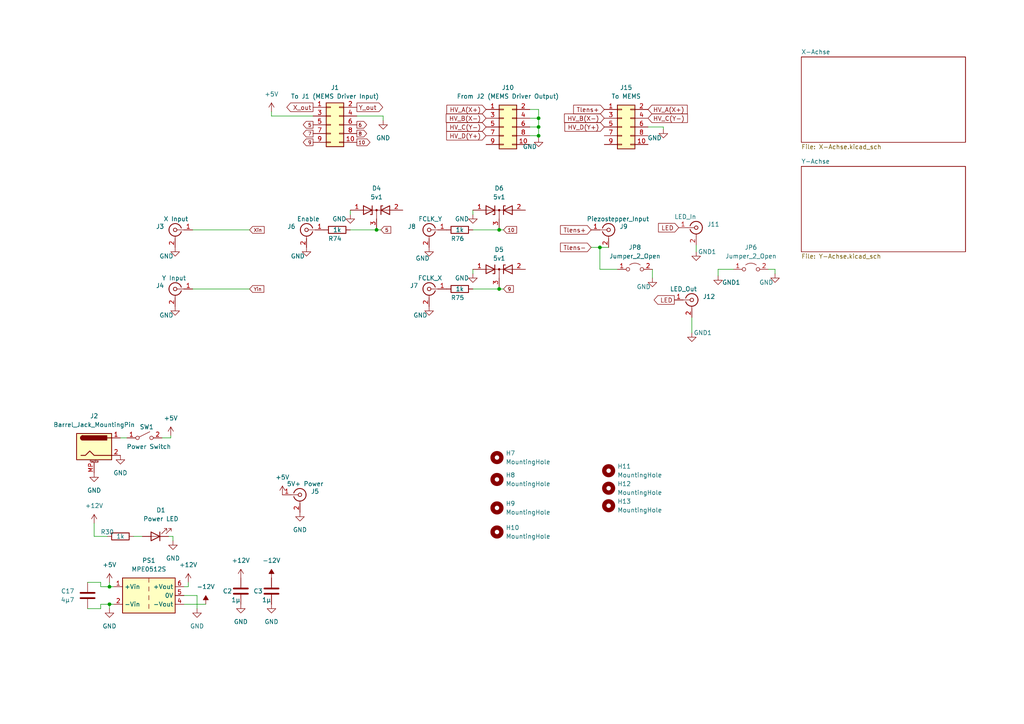
<source format=kicad_sch>
(kicad_sch (version 20230121) (generator eeschema)
  (paper "A4")
  (title_block (title "MEMS Notch Filter") (date "2023-09-07") (company "Universität zu Köln") (comment 1 "M.Ghanbari"))
  (lib_symbols
    (symbol "Connector:Barrel_Jack_MountingPin" (pin_names hide)
      (property "Reference" "J" (at 0 5.334 0))
      (property "Value" "Barrel_Jack_MountingPin" (at 1.27 -6.35 0))
      (symbol "Barrel_Jack_MountingPin_0_1"
        (rectangle (start -5.08 3.81) (end 5.08 -3.81) (stroke (width 0.254)) (fill (type background)))
        (arc (start -3.302 3.175) (mid -3.9343 2.54) (end -3.302 1.905) (stroke (width 0.254)))
        (arc (start -3.302 3.175) (mid -3.9343 2.54) (end -3.302 1.905) (stroke (width 0.254)) (fill (type outline)))
        (polyline (pts (xy 5.08 2.54) (xy 3.81 2.54)) (stroke (width 0.254)))
        (polyline (pts (xy -3.81 -2.54) (xy -2.54 -2.54) (xy -1.27 -1.27) (xy 0 -2.54) (xy 2.54 -2.54) (xy 5.08 -2.54)) (stroke (width 0.254)))
        (rectangle (start 3.683 3.175) (end -3.302 1.905) (stroke (width 0.254)) (fill (type outline)))
      )
      (symbol "Barrel_Jack_MountingPin_1_1"
        (polyline (pts (xy -1.016 -4.572) (xy 1.016 -4.572)) (stroke (width 0.1524)))
        (text "Mounting" (at 0 -4.191 0) (effects (font (size 0.381 0.381))))
        (pin passive line (at 7.62 2.54 180) (length 2.54) (name "~") (number "1"))
        (pin passive line (at 7.62 -2.54 180) (length 2.54) (name "~") (number "2"))
        (pin passive line (at 0 -7.62 90) (length 3.048) (name "MountPin") (number "MP"))
      )
    )
    (symbol "Connector:Conn_Coaxial" (pin_names (offset 1.016) hide)
      (property "Reference" "J" (at 0.254 3.048 0))
      (property "Value" "Conn_Coaxial" (at 2.921 0 90))
      (symbol "Conn_Coaxial_0_1"
        (arc (start -1.778 -0.508) (mid 0.2311 -1.8066) (end 1.778 0) (stroke (width 0.254)))
        (polyline (pts (xy -2.54 0) (xy -0.508 0)))
        (polyline (pts (xy 0 -2.54) (xy 0 -1.778)))
        (circle (center 0 0) (radius 0.508) (stroke (width 0.2032)))
        (arc (start 1.778 0) (mid 0.2099 1.8101) (end -1.778 0.508) (stroke (width 0.254)))
      )
      (symbol "Conn_Coaxial_1_1"
        (pin passive line (at -5.08 0 0) (length 2.54) (name "In") (number "1"))
        (pin passive line (at 0 -5.08 90) (length 2.54) (name "Ext") (number "2"))
      )
    )
    (symbol "Connector_Generic:Conn_02x05_Odd_Even" (pin_names (offset 1.016) hide)
      (property "Reference" "J" (at 1.27 7.62 0))
      (property "Value" "Conn_02x05_Odd_Even" (at 1.27 -7.62 0))
      (symbol "Conn_02x05_Odd_Even_1_1"
        (rectangle (start -1.27 -4.953) (end 0 -5.207) (stroke (width 0.1524)))
        (rectangle (start -1.27 -2.413) (end 0 -2.667) (stroke (width 0.1524)))
        (rectangle (start -1.27 0.127) (end 0 -0.127) (stroke (width 0.1524)))
        (rectangle (start -1.27 2.667) (end 0 2.413) (stroke (width 0.1524)))
        (rectangle (start -1.27 5.207) (end 0 4.953) (stroke (width 0.1524)))
        (rectangle (start -1.27 6.35) (end 3.81 -6.35) (stroke (width 0.254)) (fill (type background)))
        (rectangle (start 3.81 -4.953) (end 2.54 -5.207) (stroke (width 0.1524)))
        (rectangle (start 3.81 -2.413) (end 2.54 -2.667) (stroke (width 0.1524)))
        (rectangle (start 3.81 0.127) (end 2.54 -0.127) (stroke (width 0.1524)))
        (rectangle (start 3.81 2.667) (end 2.54 2.413) (stroke (width 0.1524)))
        (rectangle (start 3.81 5.207) (end 2.54 4.953) (stroke (width 0.1524)))
        (pin passive line (at -5.08 5.08 0) (length 3.81) (name "Pin_1") (number "1"))
        (pin passive line (at 7.62 -5.08 180) (length 3.81) (name "Pin_10") (number "10"))
        (pin passive line (at 7.62 5.08 180) (length 3.81) (name "Pin_2") (number "2"))
        (pin passive line (at -5.08 2.54 0) (length 3.81) (name "Pin_3") (number "3"))
        (pin passive line (at 7.62 2.54 180) (length 3.81) (name "Pin_4") (number "4"))
        (pin passive line (at -5.08 0 0) (length 3.81) (name "Pin_5") (number "5"))
        (pin passive line (at 7.62 0 180) (length 3.81) (name "Pin_6") (number "6"))
        (pin passive line (at -5.08 -2.54 0) (length 3.81) (name "Pin_7") (number "7"))
        (pin passive line (at 7.62 -2.54 180) (length 3.81) (name "Pin_8") (number "8"))
        (pin passive line (at -5.08 -5.08 0) (length 3.81) (name "Pin_9") (number "9"))
      )
    )
    (symbol "Converter_DCDC:IA0305S"
      (property "Reference" "PS" (at -7.62 6.35 0))
      (property "Value" "IA0305S" (at 1.27 6.35 0))
      (symbol "IA0305S_0_0"
        (pin power_in line (at -10.16 2.54 0) (length 2.54) (name "+Vin") (number "1"))
        (pin power_in line (at -10.16 -2.54 0) (length 2.54) (name "-Vin") (number "2"))
        (pin power_out line (at 10.16 -2.54 180) (length 2.54) (name "-Vout") (number "4"))
        (pin power_out line (at 10.16 0 180) (length 2.54) (name "0V") (number "5"))
        (pin power_out line (at 10.16 2.54 180) (length 2.54) (name "+Vout") (number "6"))
      )
      (symbol "IA0305S_0_1"
        (rectangle (start -7.62 5.08) (end 7.62 -5.08) (stroke (width 0.254)) (fill (type background)))
        (polyline (pts (xy 0 -2.54) (xy 0 -3.81)))
        (polyline (pts (xy 0 0) (xy 0 -1.27)))
        (polyline (pts (xy 0 2.54) (xy 0 1.27)))
        (polyline (pts (xy 0 5.08) (xy 0 3.81)))
      )
    )
    (symbol "Device:C" (pin_numbers hide) (pin_names (offset 0.254))
      (property "Reference" "C" (at 0.635 2.54 0))
      (property "Value" "C" (at 0.635 -2.54 0))
      (symbol "C_0_1"
        (polyline (pts (xy -2.032 -0.762) (xy 2.032 -0.762)) (stroke (width 0.508)))
        (polyline (pts (xy -2.032 0.762) (xy 2.032 0.762)) (stroke (width 0.508)))
      )
      (symbol "C_1_1"
        (pin passive line (at 0 3.81 270) (length 2.794) (name "~") (number "1"))
        (pin passive line (at 0 -3.81 90) (length 2.794) (name "~") (number "2"))
      )
    )
    (symbol "Device:D_Zener_Dual_CommonCathode_AAK" (pin_names (offset 0.762) hide)
      (property "Reference" "D" (at 1.27 -2.54 0))
      (property "Value" "D_Zener_Dual_CommonCathode_AAK" (at 0 2.54 0))
      (symbol "D_Zener_Dual_CommonCathode_AAK_0_1"
        (polyline (pts (xy -3.81 0) (xy 3.81 0)))
        (polyline (pts (xy 0 0) (xy 0 -2.54)))
        (polyline (pts (xy -1.27 1.27) (xy -1.27 -1.27) (xy -1.778 -1.27)) (stroke (width 0.254)))
        (polyline (pts (xy 1.27 -1.27) (xy 1.27 1.27) (xy 1.778 1.27)) (stroke (width 0.254)))
        (polyline (pts (xy -3.81 1.27) (xy -1.27 0) (xy -3.81 -1.27) (xy -3.81 1.27) (xy -3.81 1.27) (xy -3.81 1.27)) (stroke (width 0.254)))
        (polyline (pts (xy 3.81 -1.27) (xy 1.27 0) (xy 3.81 1.27) (xy 3.81 -1.27) (xy 3.81 -1.27) (xy 3.81 -1.27)) (stroke (width 0.254)))
        (circle (center 0 0) (radius 0.254) (fill (type outline)))
        (pin passive line (at -7.62 0 0) (length 3.81) (name "A") (number "1"))
        (pin passive line (at 7.62 0 180) (length 3.81) (name "A") (number "2"))
        (pin passive line (at 0 -5.08 90) (length 2.54) (name "K") (number "3"))
      )
    )
    (symbol "Device:LED" (pin_numbers hide) (pin_names (offset 1.016) hide)
      (property "Reference" "D" (at 0 2.54 0))
      (property "Value" "LED" (at 0 -2.54 0))
      (symbol "LED_0_1"
        (polyline (pts (xy -1.27 -1.27) (xy -1.27 1.27)) (stroke (width 0.254)))
        (polyline (pts (xy -1.27 0) (xy 1.27 0)))
        (polyline (pts (xy 1.27 -1.27) (xy 1.27 1.27) (xy -1.27 0) (xy 1.27 -1.27)) (stroke (width 0.254)))
        (polyline (pts (xy -3.048 -0.762) (xy -4.572 -2.286) (xy -3.81 -2.286) (xy -4.572 -2.286) (xy -4.572 -1.524)))
        (polyline (pts (xy -1.778 -0.762) (xy -3.302 -2.286) (xy -2.54 -2.286) (xy -3.302 -2.286) (xy -3.302 -1.524)))
      )
      (symbol "LED_1_1"
        (pin passive line (at -3.81 0 0) (length 2.54) (name "K") (number "1"))
        (pin passive line (at 3.81 0 180) (length 2.54) (name "A") (number "2"))
      )
    )
    (symbol "Device:R" (pin_numbers hide) (pin_names (offset 0))
      (property "Reference" "R" (at 2.032 0 90))
      (property "Value" "R" (at 0 0 90))
      (symbol "R_0_1"
        (rectangle (start -1.016 -2.54) (end 1.016 2.54) (stroke (width 0.254)))
      )
      (symbol "R_1_1"
        (pin passive line (at 0 3.81 270) (length 1.27) (name "~") (number "1"))
        (pin passive line (at 0 -3.81 90) (length 1.27) (name "~") (number "2"))
      )
    )
    (symbol "Jumper:Jumper_2_Open" (pin_names (offset 0) hide)
      (property "Reference" "JP" (at 0 2.794 0))
      (property "Value" "Jumper_2_Open" (at 0 -2.286 0))
      (symbol "Jumper_2_Open_0_0"
        (circle (center -2.032 0) (radius 0.508))
        (circle (center 2.032 0) (radius 0.508))
      )
      (symbol "Jumper_2_Open_0_1"
        (arc (start 1.524 1.27) (mid 0 1.778) (end -1.524 1.27))
      )
      (symbol "Jumper_2_Open_1_1"
        (pin passive line (at -5.08 0 0) (length 2.54) (name "A") (number "1"))
        (pin passive line (at 5.08 0 180) (length 2.54) (name "B") (number "2"))
      )
    )
    (symbol "Mechanical:MountingHole" (pin_names (offset 1.016))
      (property "Reference" "H" (at 0 5.08 0))
      (property "Value" "MountingHole" (at 0 3.175 0))
      (symbol "MountingHole_0_1"
        (circle (center 0 0) (radius 1.27) (stroke (width 1.27)))
      )
    )
    (symbol "Switch:SW_SPST" (pin_names (offset 0) hide)
      (property "Reference" "SW" (at 0 3.175 0))
      (property "Value" "SW_SPST" (at 0 -2.54 0))
      (symbol "SW_SPST_0_0"
        (circle (center -2.032 0) (radius 0.508))
        (polyline (pts (xy -1.524 0.254) (xy 1.524 1.778)))
        (circle (center 2.032 0) (radius 0.508))
      )
      (symbol "SW_SPST_1_1"
        (pin passive line (at -5.08 0 0) (length 2.54) (name "A") (number "1"))
        (pin passive line (at 5.08 0 180) (length 2.54) (name "B") (number "2"))
      )
    )
    (symbol "power:+12V" (power) (pin_names (offset 0))
      (property "Value" "+12V" (at 0 3.556 0))
      (symbol "+12V_0_1"
        (polyline (pts (xy -0.762 1.27) (xy 0 2.54)))
        (polyline (pts (xy 0 0) (xy 0 2.54)))
        (polyline (pts (xy 0 2.54) (xy 0.762 1.27)))
      )
      (symbol "+12V_1_1"
        (pin power_in line (at 0 0 90) (length 0) hide (name "+12V") (number "1"))
      )
    )
    (symbol "power:+5V" (power) (pin_names (offset 0))
      (property "Value" "+5V" (at 0 3.556 0))
      (symbol "+5V_0_1"
        (polyline (pts (xy -0.762 1.27) (xy 0 2.54)))
        (polyline (pts (xy 0 0) (xy 0 2.54)))
        (polyline (pts (xy 0 2.54) (xy 0.762 1.27)))
      )
      (symbol "+5V_1_1"
        (pin power_in line (at 0 0 90) (length 0) hide (name "+5V") (number "1"))
      )
    )
    (symbol "power:-12V" (power) (pin_names (offset 0))
      (property "Value" "-12V" (at 0 3.81 0))
      (symbol "-12V_0_0"
        (pin power_in line (at 0 0 90) (length 0) hide (name "-12V") (number "1"))
      )
      (symbol "-12V_0_1"
        (polyline (pts (xy 0 0) (xy 0 1.27) (xy 0.762 1.27) (xy 0 2.54) (xy -0.762 1.27) (xy 0 1.27)) (fill (type outline)))
      )
    )
    (symbol "power:GND" (power) (pin_names (offset 0))
      (property "Value" "GND" (at 0 -3.81 0))
      (symbol "GND_0_1"
        (polyline (pts (xy 0 0) (xy 0 -1.27) (xy 1.27 -1.27) (xy 0 -2.54) (xy -1.27 -1.27) (xy 0 -1.27)))
      )
      (symbol "GND_1_1"
        (pin power_in line (at 0 0 270) (length 0) hide (name "GND") (number "1"))
      )
    )
    (symbol "power:GND1" (power) (pin_names (offset 0))
      (property "Value" "GND1" (at 0 -3.81 0))
      (symbol "GND1_0_1"
        (polyline (pts (xy 0 0) (xy 0 -1.27) (xy 1.27 -1.27) (xy 0 -2.54) (xy -1.27 -1.27) (xy 0 -1.27)))
      )
      (symbol "GND1_1_1"
        (pin power_in line (at 0 0 270) (length 0) hide (name "GND1") (number "1"))
      )
    )
  )
  (junction (at 144.78 83.82))
  (junction (at 156.21 34.29))
  (junction (at 173.99 71.755))
  (junction (at 144.78 66.675))
  (junction (at 31.75 175.26))
  (junction (at 156.21 36.83))
  (junction (at 109.22 66.675))
  (junction (at 156.21 39.37))
  (junction (at 31.75 170.18))
  (wire (pts (xy 33.02 175.26) (xy 31.75 175.26)))
  (wire (pts (xy 156.21 31.75) (xy 156.21 34.29)))
  (wire (pts (xy 137.16 78.105) (xy 137.16 79.375)))
  (wire (pts (xy 111.125 33.655) (xy 111.125 34.925)))
  (wire (pts (xy 31.75 175.26) (xy 31.75 176.53)))
  (wire (pts (xy 53.34 175.26) (xy 59.69 175.26)))
  (wire (pts (xy 173.99 78.105) (xy 173.99 71.755)))
  (wire (pts (xy 54.61 170.18) (xy 53.34 170.18)))
  (wire (pts (xy 57.15 172.72) (xy 57.15 176.53)))
  (wire (pts (xy 25.4 168.91) (xy 29.21 168.91)))
  (wire (pts (xy 48.895 155.575) (xy 50.165 155.575)))
  (wire (pts (xy 50.165 155.575) (xy 50.165 156.845)))
  (wire (pts (xy 137.16 60.96) (xy 137.16 62.23)))
  (wire (pts (xy 31.75 170.18) (xy 31.75 168.91)))
  (wire (pts (xy 38.735 155.575) (xy 41.275 155.575)))
  (wire (pts (xy 49.53 126.365) (xy 49.53 127)))
  (wire (pts (xy 153.67 34.29) (xy 156.21 34.29)))
  (wire (pts (xy 55.88 83.82) (xy 72.39 83.82)))
  (wire (pts (xy 200.66 92.075) (xy 200.66 96.52)))
  (wire (pts (xy 101.6 66.675) (xy 109.22 66.675)))
  (wire (pts (xy 144.78 66.675) (xy 146.05 66.675)))
  (wire (pts (xy 171.45 71.755) (xy 173.99 71.755)))
  (wire (pts (xy 153.67 36.83) (xy 156.21 36.83)))
  (wire (pts (xy 144.78 66.04) (xy 144.78 66.675)))
  (wire (pts (xy 156.21 34.29) (xy 156.21 36.83)))
  (wire (pts (xy 156.21 39.37) (xy 156.21 40.005)))
  (wire (pts (xy 179.07 78.105) (xy 173.99 78.105)))
  (wire (pts (xy 29.21 175.26) (xy 31.75 175.26)))
  (wire (pts (xy 224.79 78.105) (xy 224.79 79.375)))
  (wire (pts (xy 153.67 39.37) (xy 156.21 39.37)))
  (wire (pts (xy 137.16 83.82) (xy 144.78 83.82)))
  (wire (pts (xy 153.67 31.75) (xy 156.21 31.75)))
  (wire (pts (xy 101.6 60.96) (xy 101.6 62.23)))
  (wire (pts (xy 29.21 168.91) (xy 29.21 170.18)))
  (wire (pts (xy 34.925 127) (xy 36.83 127)))
  (wire (pts (xy 109.22 66.675) (xy 110.49 66.675)))
  (wire (pts (xy 212.725 78.105) (xy 208.28 78.105)))
  (wire (pts (xy 55.88 66.675) (xy 72.39 66.675)))
  (wire (pts (xy 144.78 83.185) (xy 144.78 83.82)))
  (wire (pts (xy 222.885 78.105) (xy 224.79 78.105)))
  (wire (pts (xy 25.4 176.53) (xy 29.21 176.53)))
  (wire (pts (xy 27.305 155.575) (xy 31.115 155.575)))
  (wire (pts (xy 78.74 33.655) (xy 78.74 32.385)))
  (wire (pts (xy 103.505 33.655) (xy 111.125 33.655)))
  (wire (pts (xy 189.23 78.105) (xy 189.23 80.645)))
  (wire (pts (xy 192.405 36.83) (xy 192.405 37.465)))
  (wire (pts (xy 29.21 176.53) (xy 29.21 175.26)))
  (wire (pts (xy 173.99 71.755) (xy 176.53 71.755)))
  (wire (pts (xy 201.93 73.025) (xy 201.93 71.12)))
  (wire (pts (xy 54.61 168.91) (xy 54.61 170.18)))
  (wire (pts (xy 208.28 78.105) (xy 208.28 80.01)))
  (wire (pts (xy 33.02 170.18) (xy 31.75 170.18)))
  (wire (pts (xy 187.96 36.83) (xy 192.405 36.83)))
  (wire (pts (xy 109.22 66.04) (xy 109.22 66.675)))
  (wire (pts (xy 137.16 66.675) (xy 144.78 66.675)))
  (wire (pts (xy 29.21 170.18) (xy 31.75 170.18)))
  (wire (pts (xy 27.305 151.765) (xy 27.305 155.575)))
  (wire (pts (xy 156.21 36.83) (xy 156.21 39.37)))
  (wire (pts (xy 144.78 83.82) (xy 146.05 83.82)))
  (wire (pts (xy 53.34 172.72) (xy 57.15 172.72)))
  (wire (pts (xy 46.99 127) (xy 49.53 127)))
  (wire (pts (xy 78.74 33.655) (xy 90.805 33.655)))
  (global_label "Y_out" (shape output) (at 103.505 31.115 0) (property "Intersheetrefs" "${INTERSHEET_REFS}" (effects hide)))
  (global_label "9" (shape output) (at 90.805 41.275 180) (effects (font (size 1 1))) (property "Intersheetrefs" "${INTERSHEET_REFS}" (effects hide)))
  (global_label "HV_B(X-)" (shape input) (at 175.26 34.29 180) (property "Intersheetrefs" "${INTERSHEET_REFS}" (effects hide)))
  (global_label "HV_B(X-)" (shape input) (at 140.97 34.29 180) (property "Intersheetrefs" "${INTERSHEET_REFS}" (effects hide)))
  (global_label "10" (shape input) (at 146.05 66.675 0) (effects (font (size 1 1))) (property "Intersheetrefs" "${INTERSHEET_REFS}" (effects hide)))
  (global_label "HV_A(X+)" (shape input) (at 187.96 31.75 0) (property "Intersheetrefs" "${INTERSHEET_REFS}" (effects hide)))
  (global_label "LED" (shape output) (at 195.58 86.995 180) (property "Intersheetrefs" "${INTERSHEET_REFS}" (effects hide)))
  (global_label "5" (shape output) (at 90.805 36.195 180) (effects (font (size 1 1))) (property "Intersheetrefs" "${INTERSHEET_REFS}" (effects hide)))
  (global_label "HV_A(X+)" (shape input) (at 140.97 31.75 180) (property "Intersheetrefs" "${INTERSHEET_REFS}" (effects hide)))
  (global_label "Tlens-" (shape input) (at 171.45 71.755 180) (property "Intersheetrefs" "${INTERSHEET_REFS}" (effects hide)))
  (global_label "10" (shape output) (at 103.505 41.275 0) (effects (font (size 1 1))) (property "Intersheetrefs" "${INTERSHEET_REFS}" (effects hide)))
  (global_label "HV_D(Y+)" (shape input) (at 140.97 39.37 180) (property "Intersheetrefs" "${INTERSHEET_REFS}" (effects hide)))
  (global_label "Tlens+" (shape input) (at 171.45 66.675 180) (property "Intersheetrefs" "${INTERSHEET_REFS}" (effects hide)))
  (global_label "6" (shape output) (at 103.505 36.195 0) (effects (font (size 1 1))) (property "Intersheetrefs" "${INTERSHEET_REFS}" (effects hide)))
  (global_label "LED" (shape input) (at 196.85 66.04 180) (property "Intersheetrefs" "${INTERSHEET_REFS}" (effects hide)))
  (global_label "Xin" (shape input) (at 72.39 66.675 0) (effects (font (size 1 1))) (property "Intersheetrefs" "${INTERSHEET_REFS}" (effects hide)))
  (global_label "5" (shape input) (at 110.49 66.675 0) (effects (font (size 1 1))) (property "Intersheetrefs" "${INTERSHEET_REFS}" (effects hide)))
  (global_label "Tlens+" (shape input) (at 175.26 31.75 180) (property "Intersheetrefs" "${INTERSHEET_REFS}" (effects hide)))
  (global_label "9" (shape input) (at 146.05 83.82 0) (effects (font (size 1 1))) (property "Intersheetrefs" "${INTERSHEET_REFS}" (effects hide)))
  (global_label "7" (shape output) (at 90.805 38.735 180) (effects (font (size 1 1))) (property "Intersheetrefs" "${INTERSHEET_REFS}" (effects hide)))
  (global_label "X_out" (shape output) (at 90.805 31.115 180) (property "Intersheetrefs" "${INTERSHEET_REFS}" (effects hide)))
  (global_label "Yin" (shape input) (at 72.39 83.82 0) (effects (font (size 1 1))) (property "Intersheetrefs" "${INTERSHEET_REFS}" (effects hide)))
  (global_label "HV_D(Y+)" (shape input) (at 175.26 36.83 180) (property "Intersheetrefs" "${INTERSHEET_REFS}" (effects hide)))
  (global_label "HV_C(Y-)" (shape input) (at 140.97 36.83 180) (property "Intersheetrefs" "${INTERSHEET_REFS}" (effects hide)))
  (global_label "HV_C(Y-)" (shape input) (at 187.96 34.29 0) (property "Intersheetrefs" "${INTERSHEET_REFS}" (effects hide)))
  (global_label "8" (shape output) (at 103.505 38.735 0) (effects (font (size 1 1))) (property "Intersheetrefs" "${INTERSHEET_REFS}" (effects hide)))
  (symbol (lib_id "power:GND") (at 192.405 37.465 0) (mirror y) (unit 1)
    (property "Reference" "#PWR065" (effects hide))
    (property "Value" "GND" (at 189.865 40.005 0))
  )
  (symbol (lib_id "power:GND") (at 137.16 62.23 0) (unit 1)
    (property "Reference" "#PWR062" (effects hide))
    (property "Value" "GND" (at 133.985 63.5 0))
  )
  (symbol (lib_id "power:GND") (at 111.125 34.925 0) (unit 1)
    (property "Reference" "#PWR041" (effects hide))
    (property "Value" "GND" (at 111.125 40.005 0))
  )
  (symbol (lib_id "power:GND") (at 57.15 176.53 0) (unit 1)
    (property "Reference" "#PWR07" (effects hide))
    (property "Value" "GND" (at 57.15 181.61 0))
  )
  (symbol (lib_id "Connector:Conn_Coaxial") (at 50.8 83.82 0) (mirror y) (unit 1)
    (property "Reference" "J4" (at 47.625 82.8432 0) (effects (justify left)))
    (property "Value" "Y Input" (at 53.975 80.645 0) (effects (justify left)))
    (property "Footprint" "Connector_Coaxial:BNC_Amphenol_031-5539_Vertical" (effects hide))
    (property "Datasheet" " ~" (effects hide))
  )
  (symbol (lib_id "Jumper:Jumper_2_Open") (at 184.15 78.105 0) (unit 1)
    (property "Reference" "JP8" (at 184.15 71.755 0))
    (property "Value" "Jumper_2_Open" (at 184.15 74.295 0))
    (property "Footprint" "Jumper:SolderJumper-2_P1.3mm_Open_RoundedPad1.0x1.5mm" (effects hide))
  )
  (symbol (lib_id "Mechanical:MountingHole") (at 144.145 154.305 0) (unit 1)
    (property "Reference" "H10" (at 146.685 153.035 0) (effects (justify left)))
    (property "Value" "MountingHole" (at 146.685 155.575 0) (effects (justify left)))
    (property "Footprint" "MountingHole:MountingHole_3.2mm_M3_DIN965" (effects hide))
  )
  (symbol (lib_id "power:GND") (at 124.46 88.9 0) (mirror y) (unit 1)
    (property "Reference" "#PWR061" (effects hide))
    (property "Value" "GND" (at 121.92 91.44 0))
  )
  (symbol (lib_id "Connector_Generic:Conn_02x05_Odd_Even") (at 95.885 36.195 0) (unit 1)
    (property "Reference" "J1" (at 97.155 25.4 0))
    (property "Value" "To J1 (MEMS Driver Input)" (at 97.155 27.94 0))
    (property "Footprint" "Connector_PinHeader_1.27mm:PinHeader_2x05_P1.27mm_Vertical" (effects hide))
  )
  (symbol (lib_id "power:+5V") (at 78.74 32.385 0) (unit 1)
    (property "Reference" "#PWR038" (effects hide))
    (property "Value" "+5V" (at 78.74 27.305 0))
  )
  (symbol (lib_id "Connector:Conn_Coaxial") (at 124.46 83.82 0) (mirror y) (unit 1)
    (property "Reference" "J7" (at 121.285 82.8432 0) (effects (justify left)))
    (property "Value" "FCLK_X" (at 128.27 80.645 0) (effects (justify left)))
    (property "Footprint" "Connector_Coaxial:BNC_Amphenol_031-5539_Vertical" (effects hide))
    (property "Datasheet" " ~" (effects hide))
  )
  (symbol (lib_id "Connector:Conn_Coaxial") (at 201.93 66.04 0) (unit 1)
    (property "Reference" "J11" (at 205.105 65.0632 0) (effects (justify left)))
    (property "Value" "LED_In" (at 195.58 62.865 0) (effects (justify left)))
    (property "Footprint" "Connector_Coaxial:BNC_Amphenol_031-5539_Vertical" (effects hide))
    (property "Datasheet" " ~" (effects hide))
  )
  (symbol (lib_id "Connector:Conn_Coaxial") (at 176.53 66.675 0) (unit 1)
    (property "Reference" "J9" (at 179.705 65.6982 0) (effects (justify left)))
    (property "Value" "Piezostepper_Input" (at 170.18 63.5 0) (effects (justify left)))
    (property "Footprint" "Connector_Coaxial:BNC_Amphenol_031-5539_Vertical" (effects hide))
    (property "Datasheet" " ~" (effects hide))
  )
  (symbol (lib_id "power:GND") (at 78.74 175.26 0) (unit 1)
    (property "Reference" "#PWR013" (effects hide))
    (property "Value" "GND" (at 78.74 180.34 0))
  )
  (symbol (lib_id "power:GND") (at 69.85 175.26 0) (unit 1)
    (property "Reference" "#PWR012" (effects hide))
    (property "Value" "GND" (at 69.85 180.34 0))
  )
  (symbol (lib_id "power:GND") (at 27.305 137.16 0) (unit 1)
    (property "Reference" "#PWR066" (effects hide))
    (property "Value" "GND" (at 27.305 142.24 0))
  )
  (symbol (lib_id "power:+12V") (at 69.85 167.64 0) (unit 1)
    (property "Reference" "#PWR011" (effects hide))
    (property "Value" "+12V" (at 69.85 162.56 0))
  )
  (symbol (lib_id "Mechanical:MountingHole") (at 176.53 136.525 0) (unit 1)
    (property "Reference" "H11" (at 179.07 135.255 0) (effects (justify left)))
    (property "Value" "MountingHole" (at 179.07 137.795 0) (effects (justify left)))
    (property "Footprint" "MountingHole:MountingHole_2.2mm_M2_DIN965" (effects hide))
  )
  (symbol (lib_id "power:GND") (at 86.995 148.59 0) (unit 1)
    (property "Reference" "#PWR037" (effects hide))
    (property "Value" "GND" (at 86.995 153.67 0))
  )
  (symbol (lib_id "power:GND") (at 50.165 156.845 0) (unit 1)
    (property "Reference" "#PWR027" (effects hide))
    (property "Value" "GND" (at 50.165 161.925 0))
  )
  (symbol (lib_id "power:+12V") (at 27.305 151.765 0) (unit 1)
    (property "Reference" "#PWR028" (effects hide))
    (property "Value" "+12V" (at 27.305 146.685 0))
  )
  (symbol (lib_id "power:GND1") (at 208.28 80.01 0) (unit 1)
    (property "Reference" "#PWR071" (effects hide))
    (property "Value" "GND1" (at 212.09 81.915 0))
  )
  (symbol (lib_id "power:GND") (at 101.6 62.23 0) (unit 1)
    (property "Reference" "#PWR040" (effects hide))
    (property "Value" "GND" (at 98.425 63.5 0))
  )
  (symbol (lib_id "Mechanical:MountingHole") (at 144.145 132.715 0) (unit 1)
    (property "Reference" "H7" (at 146.685 131.445 0) (effects (justify left)))
    (property "Value" "MountingHole" (at 146.685 133.985 0) (effects (justify left)))
    (property "Footprint" "MountingHole:MountingHole_3.2mm_M3_DIN965" (effects hide))
  )
  (symbol (lib_id "Device:D_Zener_Dual_CommonCathode_AAK") (at 144.78 78.105 0) (unit 1)
    (property "Reference" "D5" (at 144.78 72.39 0))
    (property "Value" "5v1" (at 144.78 74.93 0))
    (property "Footprint" "Package_TO_SOT_SMD:SOT-23" (effects hide))
    (property "Datasheet" "  (symbol \"Device:D_Zener_Dual_CommonCathode_AAK\" (pin_names (offset 0.762) hide) (in_bom yes) (on_board yes)" (effects hide))
  )
  (symbol (lib_id "power:GND") (at 50.8 88.9 0) (mirror y) (unit 1)
    (property "Reference" "#PWR02" (effects hide))
    (property "Value" "GND" (at 48.26 91.44 0))
  )
  (symbol (lib_id "power:-12V") (at 78.74 167.64 0) (unit 1)
    (property "Reference" "#PWR010" (effects hide))
    (property "Value" "-12V" (at 78.74 162.56 0))
  )
  (symbol (lib_id "Connector:Barrel_Jack_MountingPin") (at 27.305 129.54 0) (unit 1)
    (property "Reference" "J2" (at 27.305 120.65 0))
    (property "Value" "Barrel_Jack_MountingPin" (at 27.305 123.19 0))
    (property "Footprint" "Connector_BarrelJack:BarrelJack_CUI_PJ-063AH_Horizontal" (effects hide))
  )
  (symbol (lib_id "Connector_Generic:Conn_02x05_Odd_Even") (at 180.34 36.83 0) (unit 1)
    (property "Reference" "J15" (at 181.61 25.4 0))
    (property "Value" "To MEMS" (at 181.61 27.94 0))
    (property "Footprint" "Connector_PinHeader_1.27mm:PinHeader_2x05_P1.27mm_Vertical" (effects hide))
  )
  (symbol (lib_id "power:GND1") (at 201.93 73.025 0) (unit 1)
    (property "Reference" "#PWR034" (effects hide))
    (property "Value" "GND1" (at 205.105 73.025 0))
  )
  (symbol (lib_id "power:GND") (at 224.79 79.375 0) (mirror y) (unit 1)
    (property "Reference" "#PWR067" (effects hide))
    (property "Value" "GND" (at 222.25 81.915 0))
  )
  (symbol (lib_id "power:GND") (at 189.23 80.645 0) (mirror y) (unit 1)
    (property "Reference" "#PWR035" (effects hide))
    (property "Value" "GND" (at 186.69 83.185 0))
  )
  (symbol (lib_id "power:+12V") (at 54.61 168.91 0) (unit 1)
    (property "Reference" "#PWR08" (effects hide))
    (property "Value" "+12V" (at 54.61 163.83 0))
  )
  (symbol (lib_id "Connector:Conn_Coaxial") (at 88.9 66.675 0) (mirror y) (unit 1)
    (property "Reference" "J6" (at 85.725 65.6982 0) (effects (justify left)))
    (property "Value" "Enable" (at 92.71 63.5 0) (effects (justify left)))
    (property "Footprint" "Connector_Coaxial:BNC_Amphenol_031-5539_Vertical" (effects hide))
    (property "Datasheet" " ~" (effects hide))
  )
  (symbol (lib_id "Connector:Conn_Coaxial") (at 124.46 66.675 0) (mirror y) (unit 1)
    (property "Reference" "J8" (at 120.65 65.6982 0) (effects (justify left)))
    (property "Value" "FCLK_Y" (at 128.27 63.5 0) (effects (justify left)))
    (property "Footprint" "Connector_Coaxial:BNC_Amphenol_031-5539_Vertical" (effects hide))
    (property "Datasheet" " ~" (effects hide))
  )
  (symbol (lib_id "Mechanical:MountingHole") (at 176.53 141.605 0) (unit 1)
    (property "Reference" "H12" (at 179.07 140.335 0) (effects (justify left)))
    (property "Value" "MountingHole" (at 179.07 142.875 0) (effects (justify left)))
    (property "Footprint" "MountingHole:MountingHole_2.2mm_M2_DIN965" (effects hide))
  )
  (symbol (lib_id "Connector:Conn_Coaxial") (at 86.995 143.51 0) (unit 1)
    (property "Reference" "J5" (at 90.17 142.5332 0) (effects (justify left)))
    (property "Value" "5V+ Power" (at 83.185 140.335 0) (effects (justify left)))
    (property "Footprint" "Connector_Coaxial:BNC_Amphenol_031-5539_Vertical" (effects hide))
    (property "Datasheet" " ~" (effects hide))
  )
  (symbol (lib_id "Device:C") (at 69.85 171.45 0) (mirror x) (unit 1)
    (property "Reference" "C2" (at 67.31 171.45 0) (effects (justify right)))
    (property "Value" "1µ" (at 69.85 173.99 0) (effects (justify right)))
    (property "Footprint" "Capacitor_SMD:C_0805_2012Metric_Pad1.18x1.45mm_HandSolder" (effects hide))
  )
  (symbol (lib_id "Device:D_Zener_Dual_CommonCathode_AAK") (at 144.78 60.96 0) (unit 1)
    (property "Reference" "D6" (at 144.78 54.61 0))
    (property "Value" "5v1" (at 144.78 57.15 0))
    (property "Footprint" "Package_TO_SOT_SMD:SOT-23" (effects hide))
    (property "Datasheet" "  (symbol \"Device:D_Zener_Dual_CommonCathode_AAK\" (pin_names (offset 0.762) hide) (in_bom yes) (on_board yes)" (effects hide))
  )
  (symbol (lib_id "power:GND") (at 137.16 79.375 0) (unit 1)
    (property "Reference" "#PWR063" (effects hide))
    (property "Value" "GND" (at 133.985 80.645 0))
  )
  (symbol (lib_id "power:+5V") (at 81.915 143.51 0) (unit 1)
    (property "Reference" "#PWR036" (effects hide))
    (property "Value" "+5V" (at 81.915 138.43 0))
  )
  (symbol (lib_id "Device:R") (at 34.925 155.575 90) (unit 1)
    (property "Reference" "R30" (at 31.115 154.305 90))
    (property "Value" "1k" (at 34.925 155.575 90))
    (property "Footprint" "Resistor_SMD:R_0805_2012Metric_Pad1.20x1.40mm_HandSolder" (effects hide))
  )
  (symbol (lib_id "Device:LED") (at 45.085 155.575 180) (unit 1)
    (property "Reference" "D1" (at 46.6725 147.955 0))
    (property "Value" "Power LED" (at 46.6725 150.495 0))
    (property "Footprint" "LED_THT:LED_D3.0mm_Clear" (effects hide))
  )
  (symbol (lib_id "Device:D_Zener_Dual_CommonCathode_AAK") (at 109.22 60.96 0) (unit 1)
    (property "Reference" "D4" (at 109.22 54.61 0))
    (property "Value" "5v1" (at 109.22 57.15 0))
    (property "Footprint" "Package_TO_SOT_SMD:SOT-23" (effects hide))
    (property "Datasheet" "  (symbol \"Device:D_Zener_Dual_CommonCathode_AAK\" (pin_names (offset 0.762) hide) (in_bom yes) (on_board yes)" (effects hide))
  )
  (symbol (lib_id "Device:R") (at 97.79 66.675 90) (unit 1)
    (property "Reference" "R74" (at 97.155 69.215 90))
    (property "Value" "1k" (at 97.79 66.675 90))
    (property "Footprint" "Resistor_SMD:R_0805_2012Metric_Pad1.20x1.40mm_HandSolder" (effects hide))
  )
  (symbol (lib_id "power:GND") (at 50.8 71.755 0) (mirror y) (unit 1)
    (property "Reference" "#PWR01" (effects hide))
    (property "Value" "GND" (at 48.26 74.295 0))
  )
  (symbol (lib_id "Jumper:Jumper_2_Open") (at 217.805 78.105 0) (unit 1)
    (property "Reference" "JP6" (at 217.805 71.755 0))
    (property "Value" "Jumper_2_Open" (at 217.805 74.295 0))
    (property "Footprint" "Jumper:SolderJumper-2_P1.3mm_Open_RoundedPad1.0x1.5mm" (effects hide))
  )
  (symbol (lib_id "Connector_Generic:Conn_02x05_Odd_Even") (at 146.05 36.83 0) (unit 1)
    (property "Reference" "J10" (at 147.32 25.4 0))
    (property "Value" "From J2 (MEMS Driver Output)" (at 147.32 27.94 0))
    (property "Footprint" "Connector_PinHeader_1.27mm:PinHeader_2x05_P1.27mm_Vertical" (effects hide))
  )
  (symbol (lib_id "Converter_DCDC:IA0305S") (at 43.18 172.72 0) (unit 1)
    (property "Reference" "PS1" (at 43.18 162.56 0))
    (property "Value" "MPE0512S" (at 43.18 165.1 0))
    (property "Footprint" "E-Labor:Converter_DCDC_XP_multicomp-MPE05xxx-1W" (effects hide))
    (property "Datasheet" "https://www.xppower.com/pdfs/SF_IA.pdf" (effects hide))
  )
  (symbol (lib_id "power:GND") (at 34.925 132.08 0) (unit 1)
    (property "Reference" "#PWR04" (effects hide))
    (property "Value" "GND" (at 34.925 137.16 0))
  )
  (symbol (lib_id "power:GND") (at 88.9 71.755 0) (mirror y) (unit 1)
    (property "Reference" "#PWR039" (effects hide))
    (property "Value" "GND" (at 86.36 74.295 0))
  )
  (symbol (lib_id "power:-12V") (at 59.69 175.26 0) (unit 1)
    (property "Reference" "#PWR09" (effects hide))
    (property "Value" "-12V" (at 59.69 170.18 0))
  )
  (symbol (lib_id "Device:R") (at 133.35 83.82 90) (unit 1)
    (property "Reference" "R75" (at 132.715 86.36 90))
    (property "Value" "1k" (at 133.35 83.82 90))
    (property "Footprint" "Resistor_SMD:R_0805_2012Metric_Pad1.20x1.40mm_HandSolder" (effects hide))
  )
  (symbol (lib_id "Connector:Conn_Coaxial") (at 50.8 66.675 0) (mirror y) (unit 1)
    (property "Reference" "J3" (at 47.625 65.6982 0) (effects (justify left)))
    (property "Value" "X Input" (at 54.61 63.5 0) (effects (justify left)))
    (property "Footprint" "Connector_Coaxial:BNC_Amphenol_031-5539_Vertical" (effects hide))
    (property "Datasheet" " ~" (effects hide))
  )
  (symbol (lib_id "Mechanical:MountingHole") (at 144.145 147.32 0) (unit 1)
    (property "Reference" "H9" (at 146.685 146.05 0) (effects (justify left)))
    (property "Value" "MountingHole" (at 146.685 148.59 0) (effects (justify left)))
    (property "Footprint" "MountingHole:MountingHole_3.2mm_M3_DIN965" (effects hide))
  )
  (symbol (lib_id "power:GND") (at 31.75 176.53 0) (unit 1)
    (property "Reference" "#PWR06" (effects hide))
    (property "Value" "GND" (at 31.75 181.61 0))
  )
  (symbol (lib_id "power:+5V") (at 49.53 126.365 0) (unit 1)
    (property "Reference" "#PWR03" (effects hide))
    (property "Value" "+5V" (at 49.53 121.285 0))
  )
  (symbol (lib_id "power:GND") (at 124.46 71.755 0) (mirror y) (unit 1)
    (property "Reference" "#PWR042" (effects hide))
    (property "Value" "GND" (at 122.555 74.93 0))
  )
  (symbol (lib_id "Switch:SW_SPST") (at 41.91 127 0) (unit 1)
    (property "Reference" "SW1" (at 42.545 123.825 0))
    (property "Value" "Power Switch" (at 43.18 129.54 0))
    (property "Footprint" "Connector_PinSocket_2.54mm:PinSocket_1x02_P2.54mm_Vertical" (effects hide))
  )
  (symbol (lib_id "Device:R") (at 133.35 66.675 90) (unit 1)
    (property "Reference" "R76" (at 132.715 69.215 90))
    (property "Value" "1k" (at 133.35 66.675 90))
    (property "Footprint" "Resistor_SMD:R_0805_2012Metric_Pad1.20x1.40mm_HandSolder" (effects hide))
  )
  (symbol (lib_id "power:+5V") (at 31.75 168.91 0) (unit 1)
    (property "Reference" "#PWR05" (effects hide))
    (property "Value" "+5V" (at 31.75 163.83 0))
  )
  (symbol (lib_id "Mechanical:MountingHole") (at 176.53 146.685 0) (unit 1)
    (property "Reference" "H13" (at 179.07 145.415 0) (effects (justify left)))
    (property "Value" "MountingHole" (at 179.07 147.955 0) (effects (justify left)))
    (property "Footprint" "MountingHole:MountingHole_2.2mm_M2_DIN965" (effects hide))
  )
  (symbol (lib_id "power:GND") (at 156.21 40.005 0) (mirror y) (unit 1)
    (property "Reference" "#PWR064" (effects hide))
    (property "Value" "GND" (at 153.67 42.545 0))
  )
  (symbol (lib_id "Device:C") (at 78.74 171.45 0) (mirror x) (unit 1)
    (property "Reference" "C3" (at 76.2 171.45 0) (effects (justify right)))
    (property "Value" "1µ" (at 78.74 173.99 0) (effects (justify right)))
    (property "Footprint" "Capacitor_SMD:C_0805_2012Metric_Pad1.18x1.45mm_HandSolder" (effects hide))
  )
  (symbol (lib_id "Mechanical:MountingHole") (at 144.145 139.065 0) (unit 1)
    (property "Reference" "H8" (at 146.685 137.795 0) (effects (justify left)))
    (property "Value" "MountingHole" (at 146.685 140.335 0) (effects (justify left)))
    (property "Footprint" "MountingHole:MountingHole_3.2mm_M3_DIN965" (effects hide))
  )
  (symbol (lib_id "power:GND1") (at 200.66 96.52 0) (unit 1)
    (property "Reference" "#PWR070" (effects hide))
    (property "Value" "GND1" (at 203.835 96.52 0))
  )
  (symbol (lib_id "Connector:Conn_Coaxial") (at 200.66 86.995 0) (unit 1)
    (property "Reference" "J12" (at 203.835 86.0182 0) (effects (justify left)))
    (property "Value" "LED_Out" (at 194.31 83.82 0) (effects (justify left)))
    (property "Footprint" "Connector_Coaxial:BNC_Amphenol_031-5539_Vertical" (effects hide))
    (property "Datasheet" " ~" (effects hide))
  )
  (symbol (lib_id "Device:C") (at 25.4 172.72 0) (mirror x) (unit 1)
    (property "Reference" "C17" (at 21.59 171.45 0) (effects (justify right)))
    (property "Value" "4µ7" (at 21.59 173.99 0) (effects (justify right)))
    (property "Footprint" "Capacitor_SMD:C_0805_2012Metric_Pad1.18x1.45mm_HandSolder" (effects hide))
  )
  (sheet (at 232.41 48.26) (size 47.625 24.765) (stroke (width 0.1524))
    (property "Sheetname" "Y-Achse" (at 232.41 47.5484 0) (effects (justify left bottom)))
    (property "Sheetfile" "Y-Achse.kicad_sch" (at 232.41 73.6096 0) (effects (justify left top)))
  )
  (sheet (at 232.41 16.51) (size 47.625 24.765) (stroke (width 0.1524))
    (property "Sheetname" "X-Achse" (at 232.41 15.7984 0) (effects (justify left bottom)))
    (property "Sheetfile" "X-Achse.kicad_sch" (at 232.41 41.8596 0) (effects (justify left top)))
  )
)
</source>
